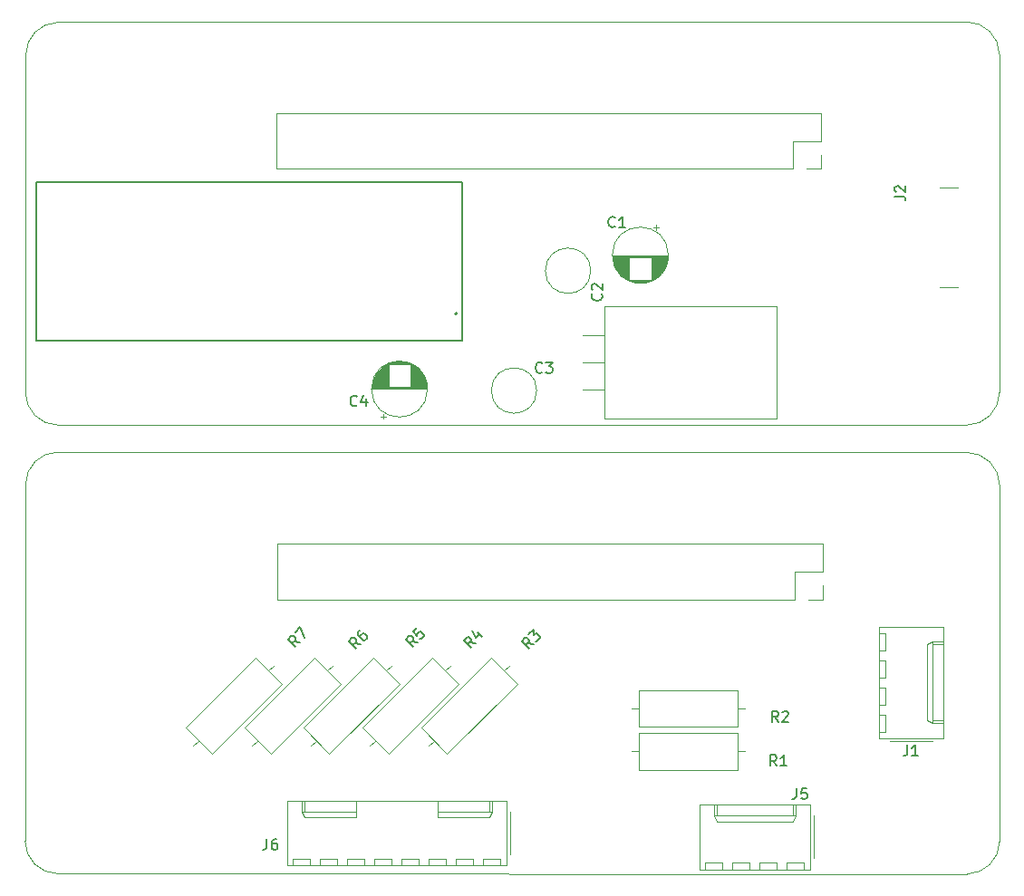
<source format=gto>
G04 #@! TF.GenerationSoftware,KiCad,Pcbnew,8.0.5*
G04 #@! TF.CreationDate,2024-10-16T23:16:24+02:00*
G04 #@! TF.ProjectId,raspberry_pi_hat,72617370-6265-4727-9279-5f70695f6861,rev?*
G04 #@! TF.SameCoordinates,Original*
G04 #@! TF.FileFunction,Legend,Top*
G04 #@! TF.FilePolarity,Positive*
%FSLAX46Y46*%
G04 Gerber Fmt 4.6, Leading zero omitted, Abs format (unit mm)*
G04 Created by KiCad (PCBNEW 8.0.5) date 2024-10-16 23:16:24*
%MOMM*%
%LPD*%
G01*
G04 APERTURE LIST*
%ADD10C,0.150000*%
%ADD11C,0.120000*%
%ADD12C,0.200000*%
%ADD13C,0.127000*%
G04 APERTURE END LIST*
D10*
X121714162Y-180737995D02*
X121141743Y-180636980D01*
X121310101Y-181142056D02*
X120602995Y-180434949D01*
X120602995Y-180434949D02*
X120872369Y-180165575D01*
X120872369Y-180165575D02*
X120973384Y-180131903D01*
X120973384Y-180131903D02*
X121040727Y-180131903D01*
X121040727Y-180131903D02*
X121141743Y-180165575D01*
X121141743Y-180165575D02*
X121242758Y-180266590D01*
X121242758Y-180266590D02*
X121276430Y-180367606D01*
X121276430Y-180367606D02*
X121276430Y-180434949D01*
X121276430Y-180434949D02*
X121242758Y-180535964D01*
X121242758Y-180535964D02*
X120973384Y-180805338D01*
X121646819Y-179391125D02*
X121310101Y-179727842D01*
X121310101Y-179727842D02*
X121613147Y-180098232D01*
X121613147Y-180098232D02*
X121613147Y-180030888D01*
X121613147Y-180030888D02*
X121646819Y-179929873D01*
X121646819Y-179929873D02*
X121815178Y-179761514D01*
X121815178Y-179761514D02*
X121916193Y-179727842D01*
X121916193Y-179727842D02*
X121983536Y-179727842D01*
X121983536Y-179727842D02*
X122084552Y-179761514D01*
X122084552Y-179761514D02*
X122252910Y-179929873D01*
X122252910Y-179929873D02*
X122286582Y-180030888D01*
X122286582Y-180030888D02*
X122286582Y-180098232D01*
X122286582Y-180098232D02*
X122252910Y-180199247D01*
X122252910Y-180199247D02*
X122084552Y-180367606D01*
X122084552Y-180367606D02*
X121983536Y-180401277D01*
X121983536Y-180401277D02*
X121916193Y-180401277D01*
X166274819Y-139063333D02*
X166989104Y-139063333D01*
X166989104Y-139063333D02*
X167131961Y-139110952D01*
X167131961Y-139110952D02*
X167227200Y-139206190D01*
X167227200Y-139206190D02*
X167274819Y-139349047D01*
X167274819Y-139349047D02*
X167274819Y-139444285D01*
X166370057Y-138634761D02*
X166322438Y-138587142D01*
X166322438Y-138587142D02*
X166274819Y-138491904D01*
X166274819Y-138491904D02*
X166274819Y-138253809D01*
X166274819Y-138253809D02*
X166322438Y-138158571D01*
X166322438Y-138158571D02*
X166370057Y-138110952D01*
X166370057Y-138110952D02*
X166465295Y-138063333D01*
X166465295Y-138063333D02*
X166560533Y-138063333D01*
X166560533Y-138063333D02*
X166703390Y-138110952D01*
X166703390Y-138110952D02*
X167274819Y-138682380D01*
X167274819Y-138682380D02*
X167274819Y-138063333D01*
X133333333Y-155459580D02*
X133285714Y-155507200D01*
X133285714Y-155507200D02*
X133142857Y-155554819D01*
X133142857Y-155554819D02*
X133047619Y-155554819D01*
X133047619Y-155554819D02*
X132904762Y-155507200D01*
X132904762Y-155507200D02*
X132809524Y-155411961D01*
X132809524Y-155411961D02*
X132761905Y-155316723D01*
X132761905Y-155316723D02*
X132714286Y-155126247D01*
X132714286Y-155126247D02*
X132714286Y-154983390D01*
X132714286Y-154983390D02*
X132761905Y-154792914D01*
X132761905Y-154792914D02*
X132809524Y-154697676D01*
X132809524Y-154697676D02*
X132904762Y-154602438D01*
X132904762Y-154602438D02*
X133047619Y-154554819D01*
X133047619Y-154554819D02*
X133142857Y-154554819D01*
X133142857Y-154554819D02*
X133285714Y-154602438D01*
X133285714Y-154602438D02*
X133333333Y-154650057D01*
X133666667Y-154554819D02*
X134285714Y-154554819D01*
X134285714Y-154554819D02*
X133952381Y-154935771D01*
X133952381Y-154935771D02*
X134095238Y-154935771D01*
X134095238Y-154935771D02*
X134190476Y-154983390D01*
X134190476Y-154983390D02*
X134238095Y-155031009D01*
X134238095Y-155031009D02*
X134285714Y-155126247D01*
X134285714Y-155126247D02*
X134285714Y-155364342D01*
X134285714Y-155364342D02*
X134238095Y-155459580D01*
X134238095Y-155459580D02*
X134190476Y-155507200D01*
X134190476Y-155507200D02*
X134095238Y-155554819D01*
X134095238Y-155554819D02*
X133809524Y-155554819D01*
X133809524Y-155554819D02*
X133714286Y-155507200D01*
X133714286Y-155507200D02*
X133666667Y-155459580D01*
X167436666Y-190337319D02*
X167436666Y-191051604D01*
X167436666Y-191051604D02*
X167389047Y-191194461D01*
X167389047Y-191194461D02*
X167293809Y-191289700D01*
X167293809Y-191289700D02*
X167150952Y-191337319D01*
X167150952Y-191337319D02*
X167055714Y-191337319D01*
X168436666Y-191337319D02*
X167865238Y-191337319D01*
X168150952Y-191337319D02*
X168150952Y-190337319D01*
X168150952Y-190337319D02*
X168055714Y-190480176D01*
X168055714Y-190480176D02*
X167960476Y-190575414D01*
X167960476Y-190575414D02*
X167865238Y-190623033D01*
X110714162Y-180737995D02*
X110141743Y-180636980D01*
X110310101Y-181142056D02*
X109602995Y-180434949D01*
X109602995Y-180434949D02*
X109872369Y-180165575D01*
X109872369Y-180165575D02*
X109973384Y-180131903D01*
X109973384Y-180131903D02*
X110040727Y-180131903D01*
X110040727Y-180131903D02*
X110141743Y-180165575D01*
X110141743Y-180165575D02*
X110242758Y-180266590D01*
X110242758Y-180266590D02*
X110276430Y-180367606D01*
X110276430Y-180367606D02*
X110276430Y-180434949D01*
X110276430Y-180434949D02*
X110242758Y-180535964D01*
X110242758Y-180535964D02*
X109973384Y-180805338D01*
X110242758Y-179795186D02*
X110714162Y-179323781D01*
X110714162Y-179323781D02*
X111118223Y-180333934D01*
X157086666Y-194367319D02*
X157086666Y-195081604D01*
X157086666Y-195081604D02*
X157039047Y-195224461D01*
X157039047Y-195224461D02*
X156943809Y-195319700D01*
X156943809Y-195319700D02*
X156800952Y-195367319D01*
X156800952Y-195367319D02*
X156705714Y-195367319D01*
X158039047Y-194367319D02*
X157562857Y-194367319D01*
X157562857Y-194367319D02*
X157515238Y-194843509D01*
X157515238Y-194843509D02*
X157562857Y-194795890D01*
X157562857Y-194795890D02*
X157658095Y-194748271D01*
X157658095Y-194748271D02*
X157896190Y-194748271D01*
X157896190Y-194748271D02*
X157991428Y-194795890D01*
X157991428Y-194795890D02*
X158039047Y-194843509D01*
X158039047Y-194843509D02*
X158086666Y-194938747D01*
X158086666Y-194938747D02*
X158086666Y-195176842D01*
X158086666Y-195176842D02*
X158039047Y-195272080D01*
X158039047Y-195272080D02*
X157991428Y-195319700D01*
X157991428Y-195319700D02*
X157896190Y-195367319D01*
X157896190Y-195367319D02*
X157658095Y-195367319D01*
X157658095Y-195367319D02*
X157562857Y-195319700D01*
X157562857Y-195319700D02*
X157515238Y-195272080D01*
X127117968Y-180844061D02*
X126545549Y-180743046D01*
X126713907Y-181248122D02*
X126006801Y-180541015D01*
X126006801Y-180541015D02*
X126276175Y-180271641D01*
X126276175Y-180271641D02*
X126377190Y-180237969D01*
X126377190Y-180237969D02*
X126444533Y-180237969D01*
X126444533Y-180237969D02*
X126545549Y-180271641D01*
X126545549Y-180271641D02*
X126646564Y-180372656D01*
X126646564Y-180372656D02*
X126680236Y-180473672D01*
X126680236Y-180473672D02*
X126680236Y-180541015D01*
X126680236Y-180541015D02*
X126646564Y-180642030D01*
X126646564Y-180642030D02*
X126377190Y-180911404D01*
X127252655Y-179766565D02*
X127724060Y-180237969D01*
X126814923Y-179665550D02*
X127151640Y-180338985D01*
X127151640Y-180338985D02*
X127589373Y-179901252D01*
X107606666Y-199117319D02*
X107606666Y-199831604D01*
X107606666Y-199831604D02*
X107559047Y-199974461D01*
X107559047Y-199974461D02*
X107463809Y-200069700D01*
X107463809Y-200069700D02*
X107320952Y-200117319D01*
X107320952Y-200117319D02*
X107225714Y-200117319D01*
X108511428Y-199117319D02*
X108320952Y-199117319D01*
X108320952Y-199117319D02*
X108225714Y-199164938D01*
X108225714Y-199164938D02*
X108178095Y-199212557D01*
X108178095Y-199212557D02*
X108082857Y-199355414D01*
X108082857Y-199355414D02*
X108035238Y-199545890D01*
X108035238Y-199545890D02*
X108035238Y-199926842D01*
X108035238Y-199926842D02*
X108082857Y-200022080D01*
X108082857Y-200022080D02*
X108130476Y-200069700D01*
X108130476Y-200069700D02*
X108225714Y-200117319D01*
X108225714Y-200117319D02*
X108416190Y-200117319D01*
X108416190Y-200117319D02*
X108511428Y-200069700D01*
X108511428Y-200069700D02*
X108559047Y-200022080D01*
X108559047Y-200022080D02*
X108606666Y-199926842D01*
X108606666Y-199926842D02*
X108606666Y-199688747D01*
X108606666Y-199688747D02*
X108559047Y-199593509D01*
X108559047Y-199593509D02*
X108511428Y-199545890D01*
X108511428Y-199545890D02*
X108416190Y-199498271D01*
X108416190Y-199498271D02*
X108225714Y-199498271D01*
X108225714Y-199498271D02*
X108130476Y-199545890D01*
X108130476Y-199545890D02*
X108082857Y-199593509D01*
X108082857Y-199593509D02*
X108035238Y-199688747D01*
X116390938Y-180914772D02*
X115818519Y-180813757D01*
X115986877Y-181318833D02*
X115279771Y-180611726D01*
X115279771Y-180611726D02*
X115549145Y-180342352D01*
X115549145Y-180342352D02*
X115650160Y-180308680D01*
X115650160Y-180308680D02*
X115717503Y-180308680D01*
X115717503Y-180308680D02*
X115818519Y-180342352D01*
X115818519Y-180342352D02*
X115919534Y-180443367D01*
X115919534Y-180443367D02*
X115953206Y-180544383D01*
X115953206Y-180544383D02*
X115953206Y-180611726D01*
X115953206Y-180611726D02*
X115919534Y-180712741D01*
X115919534Y-180712741D02*
X115650160Y-180982115D01*
X116289923Y-179601574D02*
X116155236Y-179736261D01*
X116155236Y-179736261D02*
X116121564Y-179837276D01*
X116121564Y-179837276D02*
X116121564Y-179904619D01*
X116121564Y-179904619D02*
X116155236Y-180072978D01*
X116155236Y-180072978D02*
X116256251Y-180241337D01*
X116256251Y-180241337D02*
X116525625Y-180510711D01*
X116525625Y-180510711D02*
X116626641Y-180544383D01*
X116626641Y-180544383D02*
X116693984Y-180544383D01*
X116693984Y-180544383D02*
X116794999Y-180510711D01*
X116794999Y-180510711D02*
X116929686Y-180376024D01*
X116929686Y-180376024D02*
X116963358Y-180275009D01*
X116963358Y-180275009D02*
X116963358Y-180207665D01*
X116963358Y-180207665D02*
X116929686Y-180106650D01*
X116929686Y-180106650D02*
X116761328Y-179938291D01*
X116761328Y-179938291D02*
X116660312Y-179904619D01*
X116660312Y-179904619D02*
X116592969Y-179904619D01*
X116592969Y-179904619D02*
X116491954Y-179938291D01*
X116491954Y-179938291D02*
X116357267Y-180072978D01*
X116357267Y-180072978D02*
X116323595Y-180173993D01*
X116323595Y-180173993D02*
X116323595Y-180241337D01*
X116323595Y-180241337D02*
X116357267Y-180342352D01*
X155383333Y-188167319D02*
X155050000Y-187691128D01*
X154811905Y-188167319D02*
X154811905Y-187167319D01*
X154811905Y-187167319D02*
X155192857Y-187167319D01*
X155192857Y-187167319D02*
X155288095Y-187214938D01*
X155288095Y-187214938D02*
X155335714Y-187262557D01*
X155335714Y-187262557D02*
X155383333Y-187357795D01*
X155383333Y-187357795D02*
X155383333Y-187500652D01*
X155383333Y-187500652D02*
X155335714Y-187595890D01*
X155335714Y-187595890D02*
X155288095Y-187643509D01*
X155288095Y-187643509D02*
X155192857Y-187691128D01*
X155192857Y-187691128D02*
X154811905Y-187691128D01*
X155764286Y-187262557D02*
X155811905Y-187214938D01*
X155811905Y-187214938D02*
X155907143Y-187167319D01*
X155907143Y-187167319D02*
X156145238Y-187167319D01*
X156145238Y-187167319D02*
X156240476Y-187214938D01*
X156240476Y-187214938D02*
X156288095Y-187262557D01*
X156288095Y-187262557D02*
X156335714Y-187357795D01*
X156335714Y-187357795D02*
X156335714Y-187453033D01*
X156335714Y-187453033D02*
X156288095Y-187595890D01*
X156288095Y-187595890D02*
X155716667Y-188167319D01*
X155716667Y-188167319D02*
X156335714Y-188167319D01*
X140133333Y-141859580D02*
X140085714Y-141907200D01*
X140085714Y-141907200D02*
X139942857Y-141954819D01*
X139942857Y-141954819D02*
X139847619Y-141954819D01*
X139847619Y-141954819D02*
X139704762Y-141907200D01*
X139704762Y-141907200D02*
X139609524Y-141811961D01*
X139609524Y-141811961D02*
X139561905Y-141716723D01*
X139561905Y-141716723D02*
X139514286Y-141526247D01*
X139514286Y-141526247D02*
X139514286Y-141383390D01*
X139514286Y-141383390D02*
X139561905Y-141192914D01*
X139561905Y-141192914D02*
X139609524Y-141097676D01*
X139609524Y-141097676D02*
X139704762Y-141002438D01*
X139704762Y-141002438D02*
X139847619Y-140954819D01*
X139847619Y-140954819D02*
X139942857Y-140954819D01*
X139942857Y-140954819D02*
X140085714Y-141002438D01*
X140085714Y-141002438D02*
X140133333Y-141050057D01*
X141085714Y-141954819D02*
X140514286Y-141954819D01*
X140800000Y-141954819D02*
X140800000Y-140954819D01*
X140800000Y-140954819D02*
X140704762Y-141097676D01*
X140704762Y-141097676D02*
X140609524Y-141192914D01*
X140609524Y-141192914D02*
X140514286Y-141240533D01*
X155233333Y-192267319D02*
X154900000Y-191791128D01*
X154661905Y-192267319D02*
X154661905Y-191267319D01*
X154661905Y-191267319D02*
X155042857Y-191267319D01*
X155042857Y-191267319D02*
X155138095Y-191314938D01*
X155138095Y-191314938D02*
X155185714Y-191362557D01*
X155185714Y-191362557D02*
X155233333Y-191457795D01*
X155233333Y-191457795D02*
X155233333Y-191600652D01*
X155233333Y-191600652D02*
X155185714Y-191695890D01*
X155185714Y-191695890D02*
X155138095Y-191743509D01*
X155138095Y-191743509D02*
X155042857Y-191791128D01*
X155042857Y-191791128D02*
X154661905Y-191791128D01*
X156185714Y-192267319D02*
X155614286Y-192267319D01*
X155900000Y-192267319D02*
X155900000Y-191267319D01*
X155900000Y-191267319D02*
X155804762Y-191410176D01*
X155804762Y-191410176D02*
X155709524Y-191505414D01*
X155709524Y-191505414D02*
X155614286Y-191553033D01*
X116033333Y-158564692D02*
X115985714Y-158612312D01*
X115985714Y-158612312D02*
X115842857Y-158659931D01*
X115842857Y-158659931D02*
X115747619Y-158659931D01*
X115747619Y-158659931D02*
X115604762Y-158612312D01*
X115604762Y-158612312D02*
X115509524Y-158517073D01*
X115509524Y-158517073D02*
X115461905Y-158421835D01*
X115461905Y-158421835D02*
X115414286Y-158231359D01*
X115414286Y-158231359D02*
X115414286Y-158088502D01*
X115414286Y-158088502D02*
X115461905Y-157898026D01*
X115461905Y-157898026D02*
X115509524Y-157802788D01*
X115509524Y-157802788D02*
X115604762Y-157707550D01*
X115604762Y-157707550D02*
X115747619Y-157659931D01*
X115747619Y-157659931D02*
X115842857Y-157659931D01*
X115842857Y-157659931D02*
X115985714Y-157707550D01*
X115985714Y-157707550D02*
X116033333Y-157755169D01*
X116890476Y-157993264D02*
X116890476Y-158659931D01*
X116652381Y-157612312D02*
X116414286Y-158326597D01*
X116414286Y-158326597D02*
X117033333Y-158326597D01*
X138859580Y-148166666D02*
X138907200Y-148214285D01*
X138907200Y-148214285D02*
X138954819Y-148357142D01*
X138954819Y-148357142D02*
X138954819Y-148452380D01*
X138954819Y-148452380D02*
X138907200Y-148595237D01*
X138907200Y-148595237D02*
X138811961Y-148690475D01*
X138811961Y-148690475D02*
X138716723Y-148738094D01*
X138716723Y-148738094D02*
X138526247Y-148785713D01*
X138526247Y-148785713D02*
X138383390Y-148785713D01*
X138383390Y-148785713D02*
X138192914Y-148738094D01*
X138192914Y-148738094D02*
X138097676Y-148690475D01*
X138097676Y-148690475D02*
X138002438Y-148595237D01*
X138002438Y-148595237D02*
X137954819Y-148452380D01*
X137954819Y-148452380D02*
X137954819Y-148357142D01*
X137954819Y-148357142D02*
X138002438Y-148214285D01*
X138002438Y-148214285D02*
X138050057Y-148166666D01*
X138050057Y-147785713D02*
X138002438Y-147738094D01*
X138002438Y-147738094D02*
X137954819Y-147642856D01*
X137954819Y-147642856D02*
X137954819Y-147404761D01*
X137954819Y-147404761D02*
X138002438Y-147309523D01*
X138002438Y-147309523D02*
X138050057Y-147261904D01*
X138050057Y-147261904D02*
X138145295Y-147214285D01*
X138145295Y-147214285D02*
X138240533Y-147214285D01*
X138240533Y-147214285D02*
X138383390Y-147261904D01*
X138383390Y-147261904D02*
X138954819Y-147833332D01*
X138954819Y-147833332D02*
X138954819Y-147214285D01*
X132537385Y-180914772D02*
X131964966Y-180813757D01*
X132133324Y-181318833D02*
X131426218Y-180611726D01*
X131426218Y-180611726D02*
X131695592Y-180342352D01*
X131695592Y-180342352D02*
X131796607Y-180308680D01*
X131796607Y-180308680D02*
X131863950Y-180308680D01*
X131863950Y-180308680D02*
X131964966Y-180342352D01*
X131964966Y-180342352D02*
X132065981Y-180443367D01*
X132065981Y-180443367D02*
X132099653Y-180544383D01*
X132099653Y-180544383D02*
X132099653Y-180611726D01*
X132099653Y-180611726D02*
X132065981Y-180712741D01*
X132065981Y-180712741D02*
X131796607Y-180982115D01*
X132065981Y-179971963D02*
X132503714Y-179534230D01*
X132503714Y-179534230D02*
X132537385Y-180039306D01*
X132537385Y-180039306D02*
X132638401Y-179938291D01*
X132638401Y-179938291D02*
X132739416Y-179904619D01*
X132739416Y-179904619D02*
X132806759Y-179904619D01*
X132806759Y-179904619D02*
X132907775Y-179938291D01*
X132907775Y-179938291D02*
X133076133Y-180106650D01*
X133076133Y-180106650D02*
X133109805Y-180207665D01*
X133109805Y-180207665D02*
X133109805Y-180275009D01*
X133109805Y-180275009D02*
X133076133Y-180376024D01*
X133076133Y-180376024D02*
X132874103Y-180578054D01*
X132874103Y-180578054D02*
X132773088Y-180611726D01*
X132773088Y-180611726D02*
X132705744Y-180611726D01*
D11*
X176065000Y-199322500D02*
G75*
G02*
X173005000Y-202382500I-3060000J0D01*
G01*
X173005000Y-162982500D02*
G75*
G02*
X176065000Y-166042500I1J-3059999D01*
G01*
X88075000Y-202352500D02*
G75*
G02*
X85015000Y-199292500I0J3060000D01*
G01*
X85075000Y-165952500D02*
G75*
G02*
X88075000Y-162952500I2999999J1D01*
G01*
X176065000Y-166042500D02*
X176065000Y-199322500D01*
X159545000Y-176712500D02*
X158215000Y-176712500D01*
X159545000Y-175382500D02*
X159545000Y-176712500D01*
X159545000Y-174112500D02*
X156945000Y-174112500D01*
X159545000Y-171512500D02*
X159545000Y-174112500D01*
X159545000Y-171512500D02*
X108625000Y-171512500D01*
X156945000Y-176712500D02*
X108625000Y-176712500D01*
X156945000Y-174112500D02*
X156945000Y-176712500D01*
X108625000Y-171512500D02*
X108625000Y-176712500D01*
X88075000Y-202352500D02*
X173005000Y-202382500D01*
X88075000Y-162952500D02*
X173005000Y-162982500D01*
X85075000Y-165952500D02*
X85015000Y-199292500D01*
X176055000Y-157375000D02*
G75*
G02*
X172995000Y-160435000I-3060000J0D01*
G01*
X172995000Y-122745000D02*
G75*
G02*
X176055000Y-125805000I1J-3059999D01*
G01*
X88089470Y-160424969D02*
G75*
G02*
X85053127Y-157375000I13657J3049969D01*
G01*
X85075545Y-125843933D02*
G75*
G02*
X88135545Y-122783933I3059999J1D01*
G01*
X176055000Y-125805000D02*
X176055000Y-157375000D01*
X159385000Y-136475000D02*
X158055000Y-136475000D01*
X159385000Y-135145000D02*
X159385000Y-136475000D01*
X159385000Y-133875000D02*
X156785000Y-133875000D01*
X159385000Y-131275000D02*
X159385000Y-133875000D01*
X159385000Y-131275000D02*
X108465000Y-131275000D01*
X156785000Y-136475000D02*
X108465000Y-136475000D01*
X156785000Y-133875000D02*
X156785000Y-136475000D01*
X108465000Y-131275000D02*
X108465000Y-136475000D01*
X88089470Y-160424969D02*
X172995000Y-160435000D01*
X88116874Y-122745000D02*
X172995000Y-122745000D01*
X85053127Y-157375000D02*
X85075545Y-125843933D01*
X113449390Y-191145557D02*
X119983057Y-184611890D01*
X119983057Y-184611890D02*
X117550610Y-182179443D01*
X111745263Y-190417237D02*
X112233167Y-189929333D01*
X119254737Y-182907763D02*
X118766833Y-183395667D01*
X111016943Y-188713110D02*
X113449390Y-191145557D01*
X117550610Y-182179443D02*
X111016943Y-188713110D01*
X172150000Y-138230000D02*
X170450000Y-138230000D01*
X172150000Y-147570000D02*
X170450000Y-147570000D01*
X132820000Y-157200000D02*
G75*
G02*
X128580000Y-157200000I-2120000J0D01*
G01*
X128580000Y-157200000D02*
G75*
G02*
X132820000Y-157200000I2120000J0D01*
G01*
X164760000Y-179292500D02*
X164760000Y-189672500D01*
X164760000Y-181472500D02*
X165360000Y-181472500D01*
X164760000Y-184012500D02*
X165360000Y-184012500D01*
X164760000Y-186552500D02*
X165360000Y-186552500D01*
X164760000Y-189092500D02*
X165360000Y-189092500D01*
X164760000Y-189672500D02*
X170780000Y-189672500D01*
X165360000Y-179872500D02*
X164760000Y-179872500D01*
X165360000Y-181472500D02*
X165360000Y-179872500D01*
X165360000Y-182412500D02*
X164760000Y-182412500D01*
X165360000Y-184012500D02*
X165360000Y-182412500D01*
X165360000Y-184952500D02*
X164760000Y-184952500D01*
X165360000Y-186552500D02*
X165360000Y-184952500D01*
X165360000Y-187492500D02*
X164760000Y-187492500D01*
X165360000Y-189092500D02*
X165360000Y-187492500D01*
X165790000Y-189962500D02*
X169790000Y-189962500D01*
X169250000Y-180922500D02*
X169780000Y-180672500D01*
X169250000Y-188042500D02*
X169250000Y-180922500D01*
X169780000Y-180672500D02*
X170780000Y-180672500D01*
X169780000Y-188292500D02*
X169250000Y-188042500D01*
X169780000Y-188292500D02*
X169780000Y-180672500D01*
X170780000Y-179292500D02*
X164760000Y-179292500D01*
X170780000Y-180922500D02*
X169780000Y-180922500D01*
X170780000Y-188042500D02*
X169780000Y-188042500D01*
X170780000Y-188292500D02*
X169780000Y-188292500D01*
X170780000Y-189672500D02*
X170780000Y-179292500D01*
X139110000Y-149290000D02*
X139110000Y-159790000D01*
X139110000Y-152000000D02*
X137150000Y-152000000D01*
X139110000Y-154540000D02*
X137150000Y-154540000D01*
X139110000Y-157080000D02*
X137150000Y-157080000D01*
X155220000Y-149290000D02*
X139110000Y-149290000D01*
X155220000Y-149290000D02*
X155220000Y-159790000D01*
X155220000Y-159790000D02*
X139110000Y-159790000D01*
X102449390Y-191145557D02*
X108983057Y-184611890D01*
X108983057Y-184611890D02*
X106550610Y-182179443D01*
X100745263Y-190417237D02*
X101233167Y-189929333D01*
X108254737Y-182907763D02*
X107766833Y-183395667D01*
X100016943Y-188713110D02*
X102449390Y-191145557D01*
X106550610Y-182179443D02*
X100016943Y-188713110D01*
D12*
X125387500Y-150012500D02*
G75*
G02*
X125187500Y-150012500I-100000J0D01*
G01*
X125187500Y-150012500D02*
G75*
G02*
X125387500Y-150012500I100000J0D01*
G01*
D13*
X125887500Y-152512500D02*
X125887500Y-137712500D01*
X125887500Y-137712500D02*
X86087500Y-137712500D01*
X86087500Y-152512500D02*
X125887500Y-152512500D01*
X86087500Y-137712500D02*
X86087500Y-152512500D01*
D11*
X158670000Y-200912500D02*
X158670000Y-196912500D01*
X158380000Y-201942500D02*
X158380000Y-195922500D01*
X158380000Y-195922500D02*
X148000000Y-195922500D01*
X157800000Y-201942500D02*
X157800000Y-201342500D01*
X157800000Y-201342500D02*
X156200000Y-201342500D01*
X157000000Y-196922500D02*
X156750000Y-197452500D01*
X157000000Y-196922500D02*
X149380000Y-196922500D01*
X157000000Y-195922500D02*
X157000000Y-196922500D01*
X156750000Y-197452500D02*
X149630000Y-197452500D01*
X156750000Y-195922500D02*
X156750000Y-196922500D01*
X156200000Y-201342500D02*
X156200000Y-201942500D01*
X155260000Y-201942500D02*
X155260000Y-201342500D01*
X155260000Y-201342500D02*
X153660000Y-201342500D01*
X153660000Y-201342500D02*
X153660000Y-201942500D01*
X152720000Y-201942500D02*
X152720000Y-201342500D01*
X152720000Y-201342500D02*
X151120000Y-201342500D01*
X151120000Y-201342500D02*
X151120000Y-201942500D01*
X150180000Y-201942500D02*
X150180000Y-201342500D01*
X150180000Y-201342500D02*
X148580000Y-201342500D01*
X149630000Y-197452500D02*
X149380000Y-196922500D01*
X149630000Y-195922500D02*
X149630000Y-196922500D01*
X149380000Y-196922500D02*
X149380000Y-195922500D01*
X148580000Y-201342500D02*
X148580000Y-201942500D01*
X148000000Y-201942500D02*
X158380000Y-201942500D01*
X148000000Y-195922500D02*
X148000000Y-201942500D01*
X118959262Y-191145557D02*
X125492929Y-184611890D01*
X125492929Y-184611890D02*
X123060482Y-182179443D01*
X117255135Y-190417237D02*
X117743039Y-189929333D01*
X124764609Y-182907763D02*
X124276705Y-183395667D01*
X116526815Y-188713110D02*
X118959262Y-191145557D01*
X123060482Y-182179443D02*
X116526815Y-188713110D01*
X130310000Y-200537500D02*
X130310000Y-196537500D01*
X130020000Y-201567500D02*
X130020000Y-195547500D01*
X130020000Y-195547500D02*
X109480000Y-195547500D01*
X129440000Y-201567500D02*
X129440000Y-200967500D01*
X129440000Y-200967500D02*
X127840000Y-200967500D01*
X128640000Y-196547500D02*
X128390000Y-197077500D01*
X128640000Y-196547500D02*
X123560000Y-196547500D01*
X128640000Y-195547500D02*
X128640000Y-196547500D01*
X128390000Y-197077500D02*
X123560000Y-197077500D01*
X128390000Y-195547500D02*
X128390000Y-196547500D01*
X127840000Y-200967500D02*
X127840000Y-201567500D01*
X126900000Y-201567500D02*
X126900000Y-200967500D01*
X126900000Y-200967500D02*
X125300000Y-200967500D01*
X125300000Y-200967500D02*
X125300000Y-201567500D01*
X124360000Y-201567500D02*
X124360000Y-200967500D01*
X124360000Y-200967500D02*
X122760000Y-200967500D01*
X123560000Y-197077500D02*
X123560000Y-196547500D01*
X123560000Y-196547500D02*
X123560000Y-195547500D01*
X122760000Y-200967500D02*
X122760000Y-201567500D01*
X121820000Y-201567500D02*
X121820000Y-200967500D01*
X121820000Y-200967500D02*
X120220000Y-200967500D01*
X120220000Y-200967500D02*
X120220000Y-201567500D01*
X119280000Y-201567500D02*
X119280000Y-200967500D01*
X119280000Y-200967500D02*
X117680000Y-200967500D01*
X117680000Y-200967500D02*
X117680000Y-201567500D01*
X116740000Y-201567500D02*
X116740000Y-200967500D01*
X116740000Y-200967500D02*
X115140000Y-200967500D01*
X115940000Y-197077500D02*
X115940000Y-196547500D01*
X115940000Y-196547500D02*
X115940000Y-195547500D01*
X115140000Y-200967500D02*
X115140000Y-201567500D01*
X114200000Y-201567500D02*
X114200000Y-200967500D01*
X114200000Y-200967500D02*
X112600000Y-200967500D01*
X112600000Y-200967500D02*
X112600000Y-201567500D01*
X111660000Y-201567500D02*
X111660000Y-200967500D01*
X111660000Y-200967500D02*
X110060000Y-200967500D01*
X111110000Y-197077500D02*
X115940000Y-197077500D01*
X111110000Y-195547500D02*
X111110000Y-196547500D01*
X110860000Y-196547500D02*
X115940000Y-196547500D01*
X110860000Y-196547500D02*
X111110000Y-197077500D01*
X110860000Y-195547500D02*
X110860000Y-196547500D01*
X110060000Y-200967500D02*
X110060000Y-201567500D01*
X109480000Y-201567500D02*
X130020000Y-201567500D01*
X109480000Y-195547500D02*
X109480000Y-201567500D01*
X107949390Y-191145557D02*
X114483057Y-184611890D01*
X114483057Y-184611890D02*
X112050610Y-182179443D01*
X106245263Y-190417237D02*
X106733167Y-189929333D01*
X113754737Y-182907763D02*
X113266833Y-183395667D01*
X105516943Y-188713110D02*
X107949390Y-191145557D01*
X112050610Y-182179443D02*
X105516943Y-188713110D01*
X152310000Y-186912500D02*
X151620000Y-186912500D01*
X151620000Y-188632500D02*
X151620000Y-185192500D01*
X151620000Y-185192500D02*
X142380000Y-185192500D01*
X142380000Y-188632500D02*
X151620000Y-188632500D01*
X142380000Y-185192500D02*
X142380000Y-188632500D01*
X141690000Y-186912500D02*
X142380000Y-186912500D01*
X141460000Y-144784888D02*
X139931000Y-144784888D01*
X141460000Y-144824888D02*
X139935000Y-144824888D01*
X141460000Y-144864888D02*
X139939000Y-144864888D01*
X141460000Y-144904888D02*
X139944000Y-144904888D01*
X141460000Y-144944888D02*
X139950000Y-144944888D01*
X141460000Y-144984888D02*
X139957000Y-144984888D01*
X141460000Y-145024888D02*
X139964000Y-145024888D01*
X141460000Y-145064888D02*
X139972000Y-145064888D01*
X141460000Y-145104888D02*
X139980000Y-145104888D01*
X141460000Y-145144888D02*
X139989000Y-145144888D01*
X141460000Y-145184888D02*
X139999000Y-145184888D01*
X141460000Y-145224888D02*
X140009000Y-145224888D01*
X141460000Y-145265888D02*
X140020000Y-145265888D01*
X141460000Y-145305888D02*
X140032000Y-145305888D01*
X141460000Y-145345888D02*
X140045000Y-145345888D01*
X141460000Y-145385888D02*
X140058000Y-145385888D01*
X141460000Y-145425888D02*
X140072000Y-145425888D01*
X141460000Y-145465888D02*
X140086000Y-145465888D01*
X141460000Y-145505888D02*
X140102000Y-145505888D01*
X141460000Y-145545888D02*
X140118000Y-145545888D01*
X141460000Y-145585888D02*
X140135000Y-145585888D01*
X141460000Y-145625888D02*
X140152000Y-145625888D01*
X141460000Y-145665888D02*
X140171000Y-145665888D01*
X141460000Y-145705888D02*
X140190000Y-145705888D01*
X141460000Y-145745888D02*
X140210000Y-145745888D01*
X141460000Y-145785888D02*
X140232000Y-145785888D01*
X141460000Y-145825888D02*
X140253000Y-145825888D01*
X141460000Y-145865888D02*
X140276000Y-145865888D01*
X141460000Y-145905888D02*
X140300000Y-145905888D01*
X141460000Y-145945888D02*
X140325000Y-145945888D01*
X141460000Y-145985888D02*
X140351000Y-145985888D01*
X141460000Y-146025888D02*
X140378000Y-146025888D01*
X141460000Y-146065888D02*
X140405000Y-146065888D01*
X141460000Y-146105888D02*
X140435000Y-146105888D01*
X141460000Y-146145888D02*
X140465000Y-146145888D01*
X141460000Y-146185888D02*
X140496000Y-146185888D01*
X141460000Y-146225888D02*
X140529000Y-146225888D01*
X141460000Y-146265888D02*
X140563000Y-146265888D01*
X141460000Y-146305888D02*
X140599000Y-146305888D01*
X141460000Y-146345888D02*
X140636000Y-146345888D01*
X141460000Y-146385888D02*
X140674000Y-146385888D01*
X141460000Y-146425888D02*
X140715000Y-146425888D01*
X141460000Y-146465888D02*
X140757000Y-146465888D01*
X141460000Y-146505888D02*
X140801000Y-146505888D01*
X141460000Y-146545888D02*
X140847000Y-146545888D01*
X141460000Y-146585888D02*
X140895000Y-146585888D01*
X141460000Y-146625888D02*
X140946000Y-146625888D01*
X141460000Y-146665888D02*
X141000000Y-146665888D01*
X141460000Y-146705888D02*
X141057000Y-146705888D01*
X141460000Y-146745888D02*
X141117000Y-146745888D01*
X141460000Y-146785888D02*
X141181000Y-146785888D01*
X141460000Y-146825888D02*
X141249000Y-146825888D01*
X142784000Y-147145888D02*
X142216000Y-147145888D01*
X143018000Y-147105888D02*
X141982000Y-147105888D01*
X143177000Y-147065888D02*
X141823000Y-147065888D01*
X143305000Y-147025888D02*
X141695000Y-147025888D01*
X143415000Y-146985888D02*
X141585000Y-146985888D01*
X143511000Y-146945888D02*
X141489000Y-146945888D01*
X143598000Y-146905888D02*
X141402000Y-146905888D01*
X143678000Y-146865888D02*
X141322000Y-146865888D01*
X143751000Y-146825888D02*
X143540000Y-146825888D01*
X143819000Y-146785888D02*
X143540000Y-146785888D01*
X143883000Y-146745888D02*
X143540000Y-146745888D01*
X143943000Y-146705888D02*
X143540000Y-146705888D01*
X143975000Y-141740113D02*
X143975000Y-142240113D01*
X144000000Y-146665888D02*
X143540000Y-146665888D01*
X144054000Y-146625888D02*
X143540000Y-146625888D01*
X144105000Y-146585888D02*
X143540000Y-146585888D01*
X144153000Y-146545888D02*
X143540000Y-146545888D01*
X144199000Y-146505888D02*
X143540000Y-146505888D01*
X144225000Y-141990113D02*
X143725000Y-141990113D01*
X144243000Y-146465888D02*
X143540000Y-146465888D01*
X144285000Y-146425888D02*
X143540000Y-146425888D01*
X144326000Y-146385888D02*
X143540000Y-146385888D01*
X144364000Y-146345888D02*
X143540000Y-146345888D01*
X144401000Y-146305888D02*
X143540000Y-146305888D01*
X144437000Y-146265888D02*
X143540000Y-146265888D01*
X144471000Y-146225888D02*
X143540000Y-146225888D01*
X144504000Y-146185888D02*
X143540000Y-146185888D01*
X144535000Y-146145888D02*
X143540000Y-146145888D01*
X144565000Y-146105888D02*
X143540000Y-146105888D01*
X144595000Y-146065888D02*
X143540000Y-146065888D01*
X144622000Y-146025888D02*
X143540000Y-146025888D01*
X144649000Y-145985888D02*
X143540000Y-145985888D01*
X144675000Y-145945888D02*
X143540000Y-145945888D01*
X144700000Y-145905888D02*
X143540000Y-145905888D01*
X144724000Y-145865888D02*
X143540000Y-145865888D01*
X144747000Y-145825888D02*
X143540000Y-145825888D01*
X144768000Y-145785888D02*
X143540000Y-145785888D01*
X144790000Y-145745888D02*
X143540000Y-145745888D01*
X144810000Y-145705888D02*
X143540000Y-145705888D01*
X144829000Y-145665888D02*
X143540000Y-145665888D01*
X144848000Y-145625888D02*
X143540000Y-145625888D01*
X144865000Y-145585888D02*
X143540000Y-145585888D01*
X144882000Y-145545888D02*
X143540000Y-145545888D01*
X144898000Y-145505888D02*
X143540000Y-145505888D01*
X144914000Y-145465888D02*
X143540000Y-145465888D01*
X144928000Y-145425888D02*
X143540000Y-145425888D01*
X144942000Y-145385888D02*
X143540000Y-145385888D01*
X144955000Y-145345888D02*
X143540000Y-145345888D01*
X144968000Y-145305888D02*
X143540000Y-145305888D01*
X144980000Y-145265888D02*
X143540000Y-145265888D01*
X144991000Y-145224888D02*
X143540000Y-145224888D01*
X145001000Y-145184888D02*
X143540000Y-145184888D01*
X145011000Y-145144888D02*
X143540000Y-145144888D01*
X145020000Y-145104888D02*
X143540000Y-145104888D01*
X145028000Y-145064888D02*
X143540000Y-145064888D01*
X145036000Y-145024888D02*
X143540000Y-145024888D01*
X145043000Y-144984888D02*
X143540000Y-144984888D01*
X145050000Y-144944888D02*
X143540000Y-144944888D01*
X145056000Y-144904888D02*
X143540000Y-144904888D01*
X145061000Y-144864888D02*
X143540000Y-144864888D01*
X145065000Y-144824888D02*
X143540000Y-144824888D01*
X145069000Y-144784888D02*
X143540000Y-144784888D01*
X145073000Y-144744888D02*
X139927000Y-144744888D01*
X145076000Y-144704888D02*
X139924000Y-144704888D01*
X145078000Y-144664888D02*
X139922000Y-144664888D01*
X145079000Y-144624888D02*
X139921000Y-144624888D01*
X145080000Y-144544888D02*
X139920000Y-144544888D01*
X145080000Y-144584888D02*
X139920000Y-144584888D01*
X145120000Y-144544888D02*
G75*
G02*
X139880000Y-144544888I-2620000J0D01*
G01*
X139880000Y-144544888D02*
G75*
G02*
X145120000Y-144544888I2620000J0D01*
G01*
X152310000Y-190912500D02*
X151620000Y-190912500D01*
X151620000Y-192632500D02*
X151620000Y-189192500D01*
X151620000Y-189192500D02*
X142380000Y-189192500D01*
X142380000Y-192632500D02*
X151620000Y-192632500D01*
X142380000Y-189192500D02*
X142380000Y-192632500D01*
X141690000Y-190912500D02*
X142380000Y-190912500D01*
X121040000Y-156815112D02*
X122569000Y-156815112D01*
X121040000Y-156775112D02*
X122565000Y-156775112D01*
X121040000Y-156735112D02*
X122561000Y-156735112D01*
X121040000Y-156695112D02*
X122556000Y-156695112D01*
X121040000Y-156655112D02*
X122550000Y-156655112D01*
X121040000Y-156615112D02*
X122543000Y-156615112D01*
X121040000Y-156575112D02*
X122536000Y-156575112D01*
X121040000Y-156535112D02*
X122528000Y-156535112D01*
X121040000Y-156495112D02*
X122520000Y-156495112D01*
X121040000Y-156455112D02*
X122511000Y-156455112D01*
X121040000Y-156415112D02*
X122501000Y-156415112D01*
X121040000Y-156375112D02*
X122491000Y-156375112D01*
X121040000Y-156334112D02*
X122480000Y-156334112D01*
X121040000Y-156294112D02*
X122468000Y-156294112D01*
X121040000Y-156254112D02*
X122455000Y-156254112D01*
X121040000Y-156214112D02*
X122442000Y-156214112D01*
X121040000Y-156174112D02*
X122428000Y-156174112D01*
X121040000Y-156134112D02*
X122414000Y-156134112D01*
X121040000Y-156094112D02*
X122398000Y-156094112D01*
X121040000Y-156054112D02*
X122382000Y-156054112D01*
X121040000Y-156014112D02*
X122365000Y-156014112D01*
X121040000Y-155974112D02*
X122348000Y-155974112D01*
X121040000Y-155934112D02*
X122329000Y-155934112D01*
X121040000Y-155894112D02*
X122310000Y-155894112D01*
X121040000Y-155854112D02*
X122290000Y-155854112D01*
X121040000Y-155814112D02*
X122268000Y-155814112D01*
X121040000Y-155774112D02*
X122247000Y-155774112D01*
X121040000Y-155734112D02*
X122224000Y-155734112D01*
X121040000Y-155694112D02*
X122200000Y-155694112D01*
X121040000Y-155654112D02*
X122175000Y-155654112D01*
X121040000Y-155614112D02*
X122149000Y-155614112D01*
X121040000Y-155574112D02*
X122122000Y-155574112D01*
X121040000Y-155534112D02*
X122095000Y-155534112D01*
X121040000Y-155494112D02*
X122065000Y-155494112D01*
X121040000Y-155454112D02*
X122035000Y-155454112D01*
X121040000Y-155414112D02*
X122004000Y-155414112D01*
X121040000Y-155374112D02*
X121971000Y-155374112D01*
X121040000Y-155334112D02*
X121937000Y-155334112D01*
X121040000Y-155294112D02*
X121901000Y-155294112D01*
X121040000Y-155254112D02*
X121864000Y-155254112D01*
X121040000Y-155214112D02*
X121826000Y-155214112D01*
X121040000Y-155174112D02*
X121785000Y-155174112D01*
X121040000Y-155134112D02*
X121743000Y-155134112D01*
X121040000Y-155094112D02*
X121699000Y-155094112D01*
X121040000Y-155054112D02*
X121653000Y-155054112D01*
X121040000Y-155014112D02*
X121605000Y-155014112D01*
X121040000Y-154974112D02*
X121554000Y-154974112D01*
X121040000Y-154934112D02*
X121500000Y-154934112D01*
X121040000Y-154894112D02*
X121443000Y-154894112D01*
X121040000Y-154854112D02*
X121383000Y-154854112D01*
X121040000Y-154814112D02*
X121319000Y-154814112D01*
X121040000Y-154774112D02*
X121251000Y-154774112D01*
X119716000Y-154454112D02*
X120284000Y-154454112D01*
X119482000Y-154494112D02*
X120518000Y-154494112D01*
X119323000Y-154534112D02*
X120677000Y-154534112D01*
X119195000Y-154574112D02*
X120805000Y-154574112D01*
X119085000Y-154614112D02*
X120915000Y-154614112D01*
X118989000Y-154654112D02*
X121011000Y-154654112D01*
X118902000Y-154694112D02*
X121098000Y-154694112D01*
X118822000Y-154734112D02*
X121178000Y-154734112D01*
X118749000Y-154774112D02*
X118960000Y-154774112D01*
X118681000Y-154814112D02*
X118960000Y-154814112D01*
X118617000Y-154854112D02*
X118960000Y-154854112D01*
X118557000Y-154894112D02*
X118960000Y-154894112D01*
X118525000Y-159859887D02*
X118525000Y-159359887D01*
X118500000Y-154934112D02*
X118960000Y-154934112D01*
X118446000Y-154974112D02*
X118960000Y-154974112D01*
X118395000Y-155014112D02*
X118960000Y-155014112D01*
X118347000Y-155054112D02*
X118960000Y-155054112D01*
X118301000Y-155094112D02*
X118960000Y-155094112D01*
X118275000Y-159609887D02*
X118775000Y-159609887D01*
X118257000Y-155134112D02*
X118960000Y-155134112D01*
X118215000Y-155174112D02*
X118960000Y-155174112D01*
X118174000Y-155214112D02*
X118960000Y-155214112D01*
X118136000Y-155254112D02*
X118960000Y-155254112D01*
X118099000Y-155294112D02*
X118960000Y-155294112D01*
X118063000Y-155334112D02*
X118960000Y-155334112D01*
X118029000Y-155374112D02*
X118960000Y-155374112D01*
X117996000Y-155414112D02*
X118960000Y-155414112D01*
X117965000Y-155454112D02*
X118960000Y-155454112D01*
X117935000Y-155494112D02*
X118960000Y-155494112D01*
X117905000Y-155534112D02*
X118960000Y-155534112D01*
X117878000Y-155574112D02*
X118960000Y-155574112D01*
X117851000Y-155614112D02*
X118960000Y-155614112D01*
X117825000Y-155654112D02*
X118960000Y-155654112D01*
X117800000Y-155694112D02*
X118960000Y-155694112D01*
X117776000Y-155734112D02*
X118960000Y-155734112D01*
X117753000Y-155774112D02*
X118960000Y-155774112D01*
X117732000Y-155814112D02*
X118960000Y-155814112D01*
X117710000Y-155854112D02*
X118960000Y-155854112D01*
X117690000Y-155894112D02*
X118960000Y-155894112D01*
X117671000Y-155934112D02*
X118960000Y-155934112D01*
X117652000Y-155974112D02*
X118960000Y-155974112D01*
X117635000Y-156014112D02*
X118960000Y-156014112D01*
X117618000Y-156054112D02*
X118960000Y-156054112D01*
X117602000Y-156094112D02*
X118960000Y-156094112D01*
X117586000Y-156134112D02*
X118960000Y-156134112D01*
X117572000Y-156174112D02*
X118960000Y-156174112D01*
X117558000Y-156214112D02*
X118960000Y-156214112D01*
X117545000Y-156254112D02*
X118960000Y-156254112D01*
X117532000Y-156294112D02*
X118960000Y-156294112D01*
X117520000Y-156334112D02*
X118960000Y-156334112D01*
X117509000Y-156375112D02*
X118960000Y-156375112D01*
X117499000Y-156415112D02*
X118960000Y-156415112D01*
X117489000Y-156455112D02*
X118960000Y-156455112D01*
X117480000Y-156495112D02*
X118960000Y-156495112D01*
X117472000Y-156535112D02*
X118960000Y-156535112D01*
X117464000Y-156575112D02*
X118960000Y-156575112D01*
X117457000Y-156615112D02*
X118960000Y-156615112D01*
X117450000Y-156655112D02*
X118960000Y-156655112D01*
X117444000Y-156695112D02*
X118960000Y-156695112D01*
X117439000Y-156735112D02*
X118960000Y-156735112D01*
X117435000Y-156775112D02*
X118960000Y-156775112D01*
X117431000Y-156815112D02*
X118960000Y-156815112D01*
X117427000Y-156855112D02*
X122573000Y-156855112D01*
X117424000Y-156895112D02*
X122576000Y-156895112D01*
X117422000Y-156935112D02*
X122578000Y-156935112D01*
X117421000Y-156975112D02*
X122579000Y-156975112D01*
X117420000Y-157055112D02*
X122580000Y-157055112D01*
X117420000Y-157015112D02*
X122580000Y-157015112D01*
X122620000Y-157055112D02*
G75*
G02*
X117380000Y-157055112I-2620000J0D01*
G01*
X117380000Y-157055112D02*
G75*
G02*
X122620000Y-157055112I2620000J0D01*
G01*
X137870000Y-146000000D02*
G75*
G02*
X133630000Y-146000000I-2120000J0D01*
G01*
X133630000Y-146000000D02*
G75*
G02*
X137870000Y-146000000I2120000J0D01*
G01*
X128550610Y-182179443D02*
X122016943Y-188713110D01*
X122016943Y-188713110D02*
X124449390Y-191145557D01*
X130254737Y-182907763D02*
X129766833Y-183395667D01*
X122745263Y-190417237D02*
X123233167Y-189929333D01*
X130983057Y-184611890D02*
X128550610Y-182179443D01*
X124449390Y-191145557D02*
X130983057Y-184611890D01*
M02*

</source>
